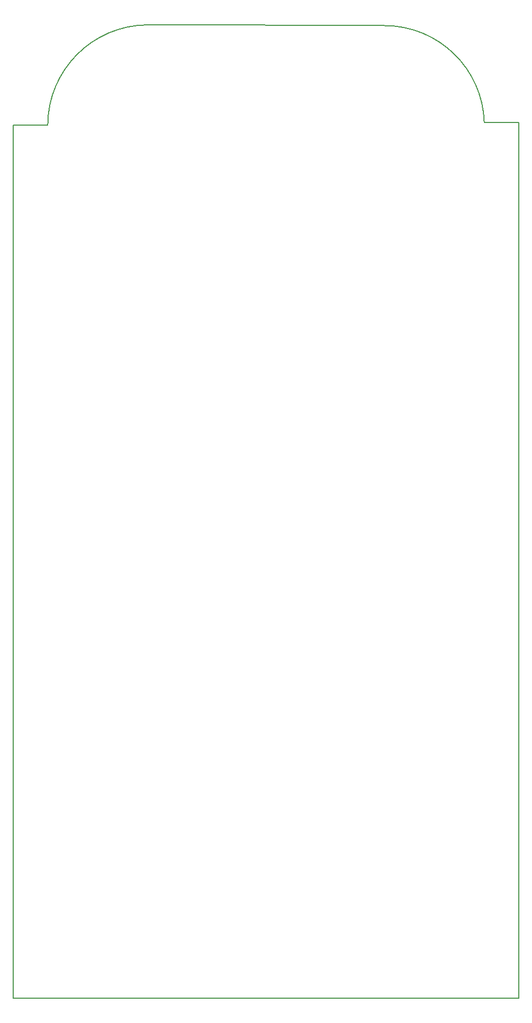
<source format=gbr>
%TF.GenerationSoftware,KiCad,Pcbnew,8.0.2*%
%TF.CreationDate,2024-06-06T14:13:48+02:00*%
%TF.ProjectId,nollbricka24,6e6f6c6c-6272-4696-936b-6132342e6b69,rev?*%
%TF.SameCoordinates,Original*%
%TF.FileFunction,Profile,NP*%
%FSLAX46Y46*%
G04 Gerber Fmt 4.6, Leading zero omitted, Abs format (unit mm)*
G04 Created by KiCad (PCBNEW 8.0.2) date 2024-06-06 14:13:48*
%MOMM*%
%LPD*%
G01*
G04 APERTURE LIST*
%TA.AperFunction,Profile*%
%ADD10C,0.200000*%
%TD*%
G04 APERTURE END LIST*
D10*
X65020000Y-39324349D02*
X59500000Y-39324349D01*
X140500000Y-38916364D02*
X134980006Y-38916364D01*
X65020000Y-39324349D02*
G75*
G02*
X81029952Y-23234479I16130240J-39971D01*
G01*
X140500000Y-179325349D02*
X140500000Y-38916364D01*
X118969885Y-23354782D02*
G75*
G02*
X134980038Y-38916363I6415J-16010018D01*
G01*
X59500000Y-179325349D02*
X140500000Y-179325349D01*
X118969885Y-23354782D02*
X81029952Y-23234482D01*
X59500000Y-39324349D02*
X59500000Y-179325349D01*
M02*

</source>
